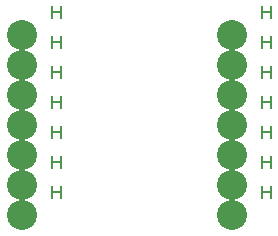
<source format=gbr>
%FSLAX35Y35*%
%MOIN*%
G04 EasyPC Gerber Version 18.0.9 Build 3640 *
%ADD11C,0.00500*%
%ADD24C,0.10000*%
X0Y0D02*
D02*
D11*
X20250Y16187D02*
Y19937D01*
Y18063D02*
X23375D01*
Y16187D02*
Y19937D01*
X20250Y26187D02*
Y29937D01*
Y28063D02*
X23375D01*
Y26187D02*
Y29937D01*
X20250Y36187D02*
Y39937D01*
Y38063D02*
X23375D01*
Y36187D02*
Y39937D01*
X20250Y46187D02*
Y49937D01*
Y48063D02*
X23375D01*
Y46187D02*
Y49937D01*
X20250Y56187D02*
Y59937D01*
Y58063D02*
X23375D01*
Y56187D02*
Y59937D01*
X20250Y66187D02*
Y69937D01*
Y68063D02*
X23375D01*
Y66187D02*
Y69937D01*
X20250Y76187D02*
Y79937D01*
Y78063D02*
X23375D01*
Y76187D02*
Y79937D01*
X90250Y16187D02*
Y19937D01*
Y18063D02*
X93375D01*
Y16187D02*
Y19937D01*
X90250Y26187D02*
Y29937D01*
Y28063D02*
X93375D01*
Y26187D02*
Y29937D01*
X90250Y36187D02*
Y39937D01*
Y38063D02*
X93375D01*
Y36187D02*
Y39937D01*
X90250Y46187D02*
Y49937D01*
Y48063D02*
X93375D01*
Y46187D02*
Y49937D01*
X90250Y56187D02*
Y59937D01*
Y58063D02*
X93375D01*
Y56187D02*
Y59937D01*
X90250Y66187D02*
Y69937D01*
Y68063D02*
X93375D01*
Y66187D02*
Y69937D01*
X90250Y76187D02*
Y79937D01*
Y78063D02*
X93375D01*
Y76187D02*
Y79937D01*
D02*
D24*
X10250Y10250D03*
Y20250D03*
Y30250D03*
Y40250D03*
Y50250D03*
Y60250D03*
Y70250D03*
X80250Y10250D03*
Y20250D03*
Y30250D03*
Y40250D03*
Y50250D03*
Y60250D03*
Y70250D03*
X0Y0D02*
M02*

</source>
